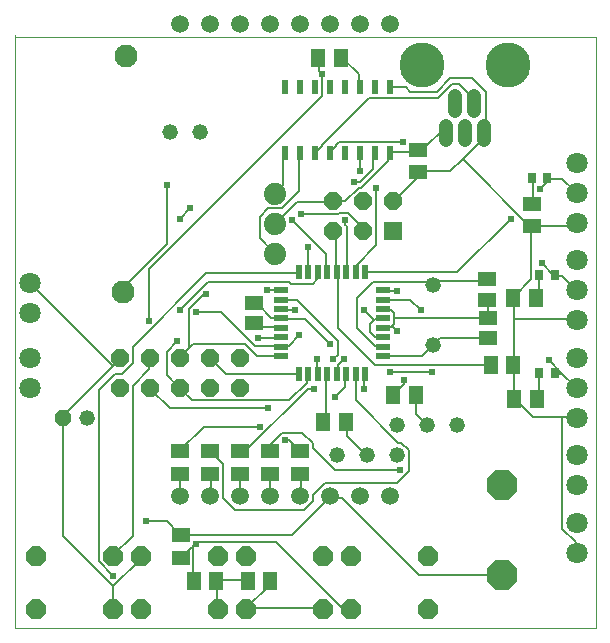
<source format=gbl>
G75*
%MOIN*%
%OFA0B0*%
%FSLAX24Y24*%
%IPPOS*%
%LPD*%
%AMOC8*
5,1,8,0,0,1.08239X$1,22.5*
%
%ADD10C,0.0000*%
%ADD11C,0.0768*%
%ADD12R,0.0591X0.0512*%
%ADD13C,0.0520*%
%ADD14R,0.0600X0.0600*%
%ADD15OC8,0.0600*%
%ADD16C,0.1500*%
%ADD17C,0.0476*%
%ADD18R,0.0500X0.0220*%
%ADD19R,0.0220X0.0500*%
%ADD20C,0.0594*%
%ADD21OC8,0.0660*%
%ADD22R,0.0512X0.0591*%
%ADD23C,0.0709*%
%ADD24OC8,0.0520*%
%ADD25R,0.0236X0.0472*%
%ADD26R,0.0512X0.0630*%
%ADD27R,0.0276X0.0354*%
%ADD28OC8,0.1000*%
%ADD29C,0.0740*%
%ADD30C,0.0070*%
%ADD31C,0.0240*%
D10*
X018150Y018150D02*
X037520Y018150D01*
X037520Y037835D01*
X018150Y037835D01*
X018150Y037900D02*
X018150Y018150D01*
D11*
X021772Y029341D03*
X021882Y037214D03*
D12*
X031602Y034081D03*
X031602Y033333D03*
X035400Y032274D03*
X035400Y031526D03*
X033914Y029756D03*
X033914Y029087D03*
X033933Y028471D03*
X033933Y027802D03*
X027650Y024024D03*
X026650Y024024D03*
X025650Y024024D03*
X024650Y024024D03*
X024650Y023276D03*
X025650Y023276D03*
X026650Y023276D03*
X027650Y023276D03*
X023650Y023276D03*
X023650Y024024D03*
X023700Y021224D03*
X023700Y020476D03*
X026148Y028294D03*
X026148Y028963D03*
D13*
X020550Y025150D03*
X028900Y023890D03*
X029900Y023890D03*
X030900Y023890D03*
X030900Y024900D03*
X031900Y024900D03*
X032900Y024900D03*
X032093Y027559D03*
X032093Y029559D03*
X024342Y034662D03*
X023342Y034662D03*
D14*
X030767Y031358D03*
D15*
X029767Y031358D03*
X028767Y031358D03*
X028767Y032358D03*
X029767Y032358D03*
X030767Y032358D03*
X025650Y027150D03*
X024650Y027150D03*
X024650Y026150D03*
X025650Y026150D03*
X023650Y026150D03*
X022650Y026150D03*
X021650Y026150D03*
X021650Y027150D03*
X022650Y027150D03*
X023650Y027150D03*
D16*
X031723Y036901D03*
X034597Y036901D03*
D17*
X033475Y035860D02*
X033475Y035385D01*
X033160Y034873D02*
X033160Y034397D01*
X032530Y034397D02*
X032530Y034873D01*
X032845Y035385D02*
X032845Y035860D01*
X033790Y034873D02*
X033790Y034397D01*
D18*
X030419Y029404D03*
X030419Y029089D03*
X030419Y028774D03*
X030419Y028459D03*
X030419Y028144D03*
X030419Y027829D03*
X030419Y027514D03*
X030419Y027199D03*
X027039Y027199D03*
X027039Y027514D03*
X027039Y027829D03*
X027039Y028144D03*
X027039Y028459D03*
X027039Y028774D03*
X027039Y029089D03*
X027039Y029404D03*
D19*
X027627Y029991D03*
X027942Y029991D03*
X028257Y029991D03*
X028571Y029991D03*
X028886Y029991D03*
X029201Y029991D03*
X029516Y029991D03*
X029831Y029991D03*
X029831Y026611D03*
X029516Y026611D03*
X029201Y026611D03*
X028886Y026611D03*
X028571Y026611D03*
X028257Y026611D03*
X027942Y026611D03*
X027627Y026611D03*
D20*
X027650Y022526D03*
X026650Y022526D03*
X025650Y022526D03*
X024650Y022526D03*
X023650Y022526D03*
X028650Y022526D03*
X029650Y022526D03*
X030650Y022526D03*
X030650Y038274D03*
X029650Y038274D03*
X028650Y038274D03*
X027650Y038274D03*
X026650Y038274D03*
X025650Y038274D03*
X024650Y038274D03*
X023650Y038274D03*
D21*
X022370Y020540D03*
X021430Y020540D03*
X021430Y018760D03*
X022370Y018760D03*
X024930Y018760D03*
X025870Y018760D03*
X025870Y020540D03*
X024930Y020540D03*
X028430Y020540D03*
X029370Y020540D03*
X029370Y018760D03*
X028430Y018760D03*
X031930Y018760D03*
X031930Y020540D03*
X018870Y020540D03*
X018870Y018760D03*
D22*
X024126Y019700D03*
X024874Y019700D03*
X025926Y019700D03*
X026674Y019700D03*
X028436Y025020D03*
X029184Y025020D03*
X030776Y025900D03*
X031524Y025900D03*
X034026Y026900D03*
X034774Y026900D03*
X034806Y025780D03*
X035554Y025780D03*
X035524Y029150D03*
X034776Y029150D03*
D23*
X036900Y029400D03*
X036900Y028400D03*
X036900Y027150D03*
X036900Y026150D03*
X036900Y025150D03*
X036900Y023900D03*
X036900Y022900D03*
X036900Y021650D03*
X036900Y020650D03*
X036900Y030400D03*
X036900Y031650D03*
X036900Y032650D03*
X036900Y033650D03*
X018650Y029650D03*
X018650Y028650D03*
X018650Y027150D03*
X018650Y026150D03*
D24*
X019750Y025150D03*
D25*
X027150Y033968D03*
X027650Y033968D03*
X028150Y033968D03*
X028650Y033968D03*
X029150Y033968D03*
X029650Y033968D03*
X030150Y033968D03*
X030650Y033968D03*
X030650Y036172D03*
X030150Y036172D03*
X029650Y036172D03*
X029150Y036172D03*
X028650Y036172D03*
X028150Y036172D03*
X027650Y036172D03*
X027150Y036172D03*
D26*
X028256Y037150D03*
X029044Y037150D03*
D27*
X035394Y033150D03*
X035906Y033150D03*
X036156Y029900D03*
X035644Y029900D03*
X035644Y026650D03*
X036156Y026650D03*
D28*
X034400Y022900D03*
X034400Y019900D03*
D29*
X026820Y030620D03*
X026820Y031620D03*
X026820Y032620D03*
D30*
X026861Y032668D01*
X027107Y032914D01*
X027107Y033947D01*
X027150Y033968D01*
X027648Y033947D02*
X027650Y033968D01*
X027648Y033947D02*
X027648Y032717D01*
X027057Y032126D01*
X026615Y032126D01*
X026319Y031831D01*
X026319Y031142D01*
X026811Y030650D01*
X026820Y030620D01*
X027599Y029961D02*
X027627Y029991D01*
X027599Y029961D02*
X024548Y029961D01*
X022087Y027500D01*
X022087Y026959D01*
X021743Y026615D01*
X021496Y026615D01*
X020955Y026073D01*
X020955Y020365D01*
X021447Y019872D01*
X021447Y019528D02*
X019774Y021201D01*
X019774Y025138D01*
X019750Y025150D01*
X019725Y025187D01*
X021423Y026885D01*
X018691Y029617D01*
X018650Y029650D01*
X021772Y029341D02*
X021792Y029370D01*
X021792Y029518D01*
X023219Y030945D01*
X023219Y032914D01*
X024006Y032126D02*
X023662Y031782D01*
X022628Y030109D02*
X028386Y035867D01*
X028386Y036605D01*
X028288Y036703D01*
X028288Y037146D01*
X028256Y037150D01*
X029044Y037150D02*
X029075Y037146D01*
X029617Y036605D01*
X029617Y036211D01*
X029650Y036172D01*
X029961Y035817D02*
X032274Y035817D01*
X032717Y036260D01*
X032963Y036260D01*
X033455Y035768D01*
X033455Y035424D01*
X033475Y035385D01*
X033849Y034931D02*
X033800Y034882D01*
X033790Y034873D01*
X033750Y034833D01*
X033750Y034439D01*
X033086Y033775D01*
X035374Y031487D01*
X035400Y031526D01*
X035424Y031536D01*
X036752Y031536D01*
X036851Y031634D01*
X036900Y031650D01*
X035424Y032274D02*
X035400Y032274D01*
X035424Y032274D02*
X035424Y033111D01*
X035394Y033150D01*
X035670Y032766D02*
X036014Y033111D01*
X035906Y033150D01*
X035916Y033111D01*
X036014Y033111D01*
X036408Y033111D01*
X036851Y032668D01*
X036900Y032650D01*
X035374Y031487D02*
X035374Y029764D01*
X034784Y029174D01*
X034776Y029150D01*
X034784Y029124D01*
X034784Y028435D01*
X036851Y028435D01*
X036900Y028400D01*
X035571Y029174D02*
X035524Y029150D01*
X035571Y029174D02*
X035620Y029223D01*
X035620Y029863D01*
X035644Y029900D01*
X035719Y030306D02*
X036113Y029912D01*
X036156Y029900D01*
X036162Y029863D01*
X036408Y029863D01*
X036851Y029420D01*
X036900Y029400D01*
X034784Y028435D02*
X034784Y026910D01*
X034774Y026900D01*
X034784Y026861D01*
X034784Y025827D01*
X034806Y025780D01*
X034833Y025778D01*
X035424Y025187D01*
X036408Y025187D01*
X036408Y021447D01*
X036851Y021004D01*
X036851Y020660D01*
X036900Y020650D01*
X034400Y019900D02*
X034390Y019922D01*
X031634Y019922D01*
X029075Y022481D01*
X028681Y022481D01*
X028650Y022526D01*
X028632Y022481D01*
X027402Y021250D01*
X023711Y021250D01*
X023700Y021224D01*
X023662Y021250D01*
X023219Y021693D01*
X022530Y021693D01*
X022087Y021201D02*
X021447Y020561D01*
X021430Y020540D01*
X022087Y021201D02*
X022087Y026221D01*
X022628Y026762D01*
X022628Y027107D01*
X022650Y027150D01*
X023219Y027353D02*
X023219Y026565D01*
X023613Y026172D01*
X023650Y026150D01*
X023662Y026122D01*
X024056Y025729D01*
X027304Y025729D01*
X027894Y026319D01*
X027894Y026565D01*
X027942Y026611D01*
X028239Y026615D02*
X028257Y026611D01*
X028239Y026615D02*
X028239Y027107D01*
X028780Y027107D02*
X028928Y027254D01*
X028928Y027697D01*
X027550Y029075D01*
X027057Y029075D01*
X027039Y029089D01*
X027039Y029404D02*
X027008Y029420D01*
X026565Y029420D01*
X026270Y028928D02*
X026172Y028928D01*
X026148Y028963D01*
X026270Y028928D02*
X026713Y028485D01*
X027008Y028485D01*
X027039Y028459D01*
X027057Y028435D01*
X027845Y028435D01*
X028681Y027599D01*
X029124Y027107D02*
X028928Y026910D01*
X028928Y026615D01*
X028886Y026611D01*
X029174Y026565D02*
X029201Y026611D01*
X029174Y026565D02*
X029174Y026172D01*
X028829Y025827D01*
X029518Y025729D02*
X030945Y024302D01*
X031044Y024302D01*
X031290Y024056D01*
X031290Y023367D01*
X030896Y022973D01*
X028485Y022973D01*
X028091Y022579D01*
X028091Y022382D01*
X027796Y022087D01*
X025483Y022087D01*
X025089Y022481D01*
X025089Y023613D01*
X024695Y024006D01*
X024650Y024024D01*
X024449Y024843D02*
X023662Y024056D01*
X023650Y024024D01*
X024449Y024843D02*
X026319Y024843D01*
X026664Y024252D02*
X026664Y024056D01*
X026650Y024024D01*
X026664Y024252D02*
X027057Y024646D01*
X027746Y024646D01*
X028091Y024302D01*
X028091Y024154D01*
X028829Y023416D01*
X030994Y023416D01*
X029900Y023890D02*
X029863Y023908D01*
X029223Y024548D01*
X029223Y024991D01*
X029184Y025020D01*
X028534Y025089D02*
X028485Y025040D01*
X028436Y025020D01*
X028534Y025089D02*
X028534Y026565D01*
X028571Y026611D01*
X028140Y026122D02*
X027943Y026122D01*
X025876Y024056D01*
X025680Y024056D01*
X025650Y024024D01*
X025650Y023276D02*
X025680Y023268D01*
X025680Y022530D01*
X025650Y022526D01*
X024695Y022530D02*
X024695Y023268D01*
X024650Y023276D01*
X024695Y022530D02*
X024650Y022526D01*
X023662Y022530D02*
X023650Y022526D01*
X023662Y022530D02*
X023662Y023268D01*
X023650Y023276D01*
X023317Y025483D02*
X022678Y026122D01*
X022650Y026150D01*
X023317Y025483D02*
X026615Y025483D01*
X027156Y024400D02*
X027304Y024400D01*
X027648Y024056D01*
X027650Y024024D01*
X027650Y023276D02*
X027697Y023268D01*
X027697Y022530D01*
X027650Y022526D01*
X026664Y022530D02*
X026664Y023268D01*
X026650Y023276D01*
X026664Y022530D02*
X026650Y022526D01*
X026861Y021004D02*
X024252Y021004D01*
X024203Y020955D01*
X024080Y020832D01*
X024105Y020807D01*
X024105Y019725D01*
X024126Y019700D01*
X024874Y019700D02*
X024892Y019725D01*
X025926Y019725D01*
X025926Y019700D01*
X026664Y019676D02*
X026674Y019700D01*
X026664Y019676D02*
X026664Y019577D01*
X025876Y018790D01*
X025870Y018760D01*
X025926Y018790D01*
X028386Y018790D01*
X028430Y018760D01*
X029075Y018790D02*
X026861Y021004D01*
X024892Y019676D02*
X024874Y019700D01*
X024892Y019676D02*
X024892Y018790D01*
X024930Y018760D01*
X023711Y020463D02*
X023700Y020476D01*
X023711Y020463D02*
X024080Y020832D01*
X022370Y020540D02*
X022333Y020512D01*
X022333Y020414D01*
X021447Y019528D01*
X021447Y018790D01*
X021430Y018760D01*
X029075Y018790D02*
X029321Y018790D01*
X029370Y018760D01*
X031900Y024900D02*
X031880Y024941D01*
X031536Y025286D01*
X031536Y025876D01*
X031524Y025900D01*
X031142Y026270D02*
X030798Y025926D01*
X030776Y025900D01*
X031142Y026270D02*
X031142Y026418D01*
X030650Y026664D02*
X032077Y026664D01*
X031733Y027205D02*
X032077Y027550D01*
X032093Y027559D01*
X032126Y027599D01*
X032323Y027796D01*
X033898Y027796D01*
X033933Y027802D01*
X033933Y028471D02*
X033898Y028485D01*
X030798Y028485D01*
X030798Y028288D01*
X030724Y028214D01*
X030896Y028042D01*
X030724Y028214D02*
X030699Y028189D01*
X030453Y028189D01*
X030419Y028144D01*
X030404Y028435D02*
X030419Y028459D01*
X030404Y028435D02*
X030158Y028435D01*
X030133Y028411D01*
X029813Y028731D01*
X030133Y028411D02*
X030010Y028288D01*
X030010Y027993D01*
X030158Y027845D01*
X030404Y027845D01*
X030419Y027829D01*
X030404Y027550D02*
X030419Y027514D01*
X030404Y027550D02*
X030158Y027550D01*
X029567Y028140D01*
X029567Y029124D01*
X030109Y029666D01*
X031979Y029666D01*
X032077Y029567D01*
X032093Y029559D01*
X032126Y029567D01*
X032274Y029715D01*
X033898Y029715D01*
X033914Y029756D01*
X033914Y029087D02*
X033947Y029075D01*
X033947Y028485D01*
X033933Y028471D01*
X033996Y026910D02*
X034026Y026900D01*
X033996Y026910D02*
X030158Y026910D01*
X028928Y028140D01*
X028928Y029961D01*
X028886Y029991D01*
X028878Y030010D01*
X028878Y031241D01*
X028780Y031339D01*
X028767Y031358D01*
X029174Y031585D02*
X029223Y031536D01*
X029223Y030010D01*
X029201Y029991D01*
X029516Y029991D02*
X029518Y030010D01*
X029518Y030207D01*
X030207Y030896D01*
X030207Y032815D01*
X029715Y032815D02*
X030601Y033701D01*
X030601Y033947D01*
X030650Y033968D01*
X030650Y033996D01*
X031536Y033996D01*
X031585Y034046D01*
X031602Y034081D01*
X031634Y034095D01*
X031782Y034095D01*
X032520Y034833D01*
X032530Y034873D01*
X033849Y034931D02*
X033849Y036014D01*
X033406Y036457D01*
X032668Y036457D01*
X032225Y036014D01*
X031339Y036014D01*
X031191Y036162D01*
X030650Y036162D01*
X030650Y036172D01*
X029961Y035817D02*
X028386Y034243D01*
X028386Y034193D01*
X028189Y033996D01*
X028150Y033968D01*
X028650Y033968D02*
X028681Y033996D01*
X028878Y034193D01*
X028878Y034243D01*
X028977Y034341D01*
X031093Y034341D01*
X030150Y033968D02*
X030109Y033947D01*
X030109Y033455D01*
X029666Y033012D01*
X029469Y033012D01*
X029617Y032815D02*
X029174Y032372D01*
X028780Y032372D01*
X028767Y032358D01*
X028731Y032323D01*
X027550Y032323D01*
X026861Y031634D01*
X026820Y031620D01*
X027402Y031733D02*
X028534Y030601D01*
X028534Y030010D01*
X028571Y029991D01*
X028257Y029991D02*
X028239Y029961D01*
X028239Y029764D01*
X028091Y029617D01*
X027353Y029617D01*
X027304Y029666D01*
X024597Y029666D01*
X023662Y028731D01*
X023957Y028780D02*
X024449Y029272D01*
X024548Y029272D01*
X024203Y028681D02*
X025040Y028681D01*
X026172Y027550D01*
X027008Y027550D01*
X027039Y027514D01*
X027057Y027550D01*
X027304Y027550D01*
X027648Y027894D01*
X027039Y027829D02*
X027008Y027796D01*
X026270Y027796D01*
X026270Y028189D02*
X026172Y028288D01*
X026148Y028294D01*
X026270Y028189D02*
X027008Y028189D01*
X027039Y028144D01*
X027057Y028731D02*
X027039Y028774D01*
X027057Y028731D02*
X027500Y028731D01*
X027942Y029991D02*
X027943Y030010D01*
X027943Y030847D01*
X029174Y031585D02*
X029174Y031733D01*
X029272Y031979D02*
X028977Y031979D01*
X028928Y031930D01*
X027697Y031930D01*
X029272Y031979D02*
X029764Y031487D01*
X029764Y031388D01*
X029767Y031358D01*
X030767Y032358D02*
X030798Y032372D01*
X031585Y033160D01*
X031585Y033307D01*
X031602Y033333D01*
X031634Y033357D01*
X032668Y033357D01*
X033086Y033775D01*
X034685Y031782D02*
X032914Y030010D01*
X029863Y030010D01*
X029831Y029991D01*
X030419Y029404D02*
X030453Y029370D01*
X030896Y029370D01*
X030453Y029075D02*
X030419Y029089D01*
X030453Y029075D02*
X031339Y029075D01*
X031683Y028731D01*
X030798Y028632D02*
X030699Y028731D01*
X030453Y028731D01*
X030419Y028774D01*
X030798Y028632D02*
X030798Y028485D01*
X030453Y027205D02*
X030419Y027199D01*
X030453Y027205D02*
X031733Y027205D01*
X029831Y026611D02*
X029813Y026565D01*
X029813Y026122D01*
X029518Y025729D02*
X029518Y026565D01*
X029516Y026611D01*
X027627Y026611D02*
X027599Y026615D01*
X025187Y026615D01*
X024695Y027107D01*
X024650Y027150D01*
X024105Y027599D02*
X023982Y027476D01*
X023957Y027500D01*
X023957Y028780D01*
X023563Y027697D02*
X023219Y027353D01*
X023650Y027150D02*
X023662Y027156D01*
X023982Y027476D01*
X024105Y027599D02*
X025827Y027599D01*
X026221Y027205D01*
X027008Y027205D01*
X027039Y027199D01*
X022628Y028386D02*
X022628Y030109D01*
X021650Y027150D02*
X021644Y027107D01*
X021423Y026885D01*
X029617Y032815D02*
X029715Y032815D01*
X029666Y033357D02*
X029666Y033947D01*
X029650Y033968D01*
X035965Y027057D02*
X036408Y026615D01*
X036851Y026172D01*
X036900Y026150D01*
X036408Y026615D02*
X036162Y026615D01*
X036156Y026650D01*
X035644Y026650D02*
X035620Y026615D01*
X035620Y025876D01*
X035571Y025827D01*
X035554Y025780D01*
X036408Y025187D02*
X036851Y025187D01*
X036900Y025150D01*
D31*
X035965Y027057D03*
X032077Y026664D03*
X031142Y026418D03*
X030650Y026664D03*
X029813Y026122D03*
X028829Y025827D03*
X028140Y026122D03*
X028239Y027107D03*
X028780Y027107D03*
X029124Y027107D03*
X028681Y027599D03*
X027648Y027894D03*
X026270Y027796D03*
X027500Y028731D03*
X026565Y029420D03*
X027943Y030847D03*
X027402Y031733D03*
X027697Y031930D03*
X029174Y031733D03*
X029469Y033012D03*
X029666Y033357D03*
X030207Y032815D03*
X031093Y034341D03*
X028386Y036605D03*
X023219Y032914D03*
X024006Y032126D03*
X023662Y031782D03*
X024548Y029272D03*
X024203Y028681D03*
X023662Y028731D03*
X022628Y028386D03*
X023563Y027697D03*
X026615Y025483D03*
X026319Y024843D03*
X027156Y024400D03*
X030994Y023416D03*
X030896Y028042D03*
X031683Y028731D03*
X030896Y029370D03*
X029813Y028731D03*
X034685Y031782D03*
X035670Y032766D03*
X035719Y030306D03*
X022530Y021693D03*
X024203Y020955D03*
X021447Y019872D03*
M02*

</source>
